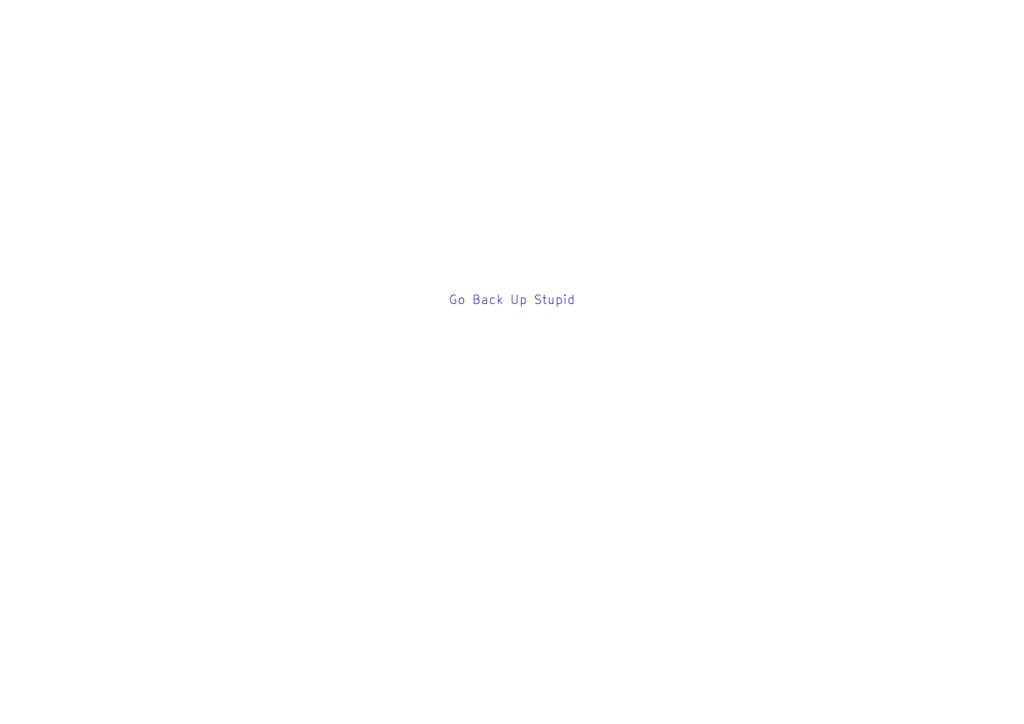
<source format=kicad_sch>
(kicad_sch (version 20230121) (generator eeschema)
  (paper "A4")
  (lib_symbols)
  (text "Go Back Up Stupid" (at 130.048 88.646 0) (effects (font (size 2.54 2.54)) (justify left bottom)))
)
</source>
